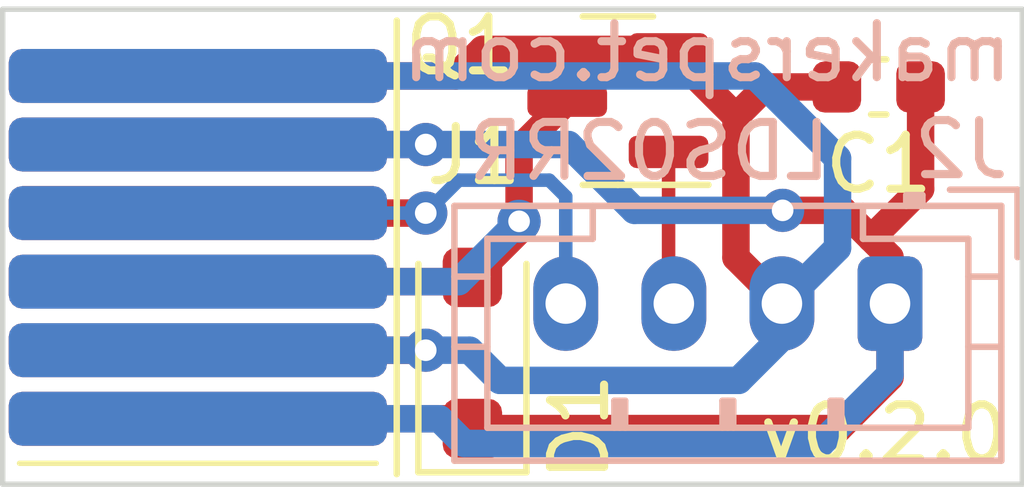
<source format=kicad_pcb>
(kicad_pcb (version 20221018) (generator pcbnew)
  (title_block (title "LDS02RR adapter") (date "2024-03-06") (rev "0.2.1") (company "Maker's Pet") (comment 1 "makerspet.com"))
  (layers (0 "F.Cu" signal) (31 "B.Cu" signal) (34 "B.Paste" user) (35 "F.Paste" user) (36 "B.SilkS" user "B.Silkscreen") (37 "F.SilkS" user "F.Silkscreen") (38 "B.Mask" user) (39 "F.Mask" user) (44 "Edge.Cuts" user))
  (net 0 "")
  (net 1 "+5V")
  (net 2 "/MOT-")
  (net 3 "GND")
  (net 4 "/TX")
  (net 5 "/MOT_EN")
  (footprint "Makerspet:LDS02RR_FPC12" (layer "F.Cu") (at 143.6116 94.4118 90)
    (fp_text reference "J1" (at 1.7018 5.1054 180) (layer "F.SilkS"))
    (fp_text value "~" hide)
    (fp_line (start -4.2 3.68) (end 4.2 3.68) (stroke (width 0.12)) (layer "F.SilkS"))
    (fp_line (start -4 -3.3) (end -4 3.3) (stroke (width 0.1)) (layer "F.SilkS"))
    (pad "1" smd roundrect (at -3.175 0 90) (size 1 7) (layers "F.Cu" "F.Mask") (net 1 "+5V"))
    (pad "2" smd roundrect (at -3.175 0 90) (size 1 7) (layers "B.Cu" "B.Mask") (net 1 "+5V"))
    (pad "3" smd roundrect (at -1.905 0 90) (size 1 7) (layers "F.Cu" "F.Mask") (net 3 "GND"))
    (pad "4" smd roundrect (at -1.905 0 90) (size 1 7) (layers "B.Cu" "B.Mask") (net 3 "GND"))
    (pad "5" smd roundrect (at -0.635 0 90) (size 1 7) (layers "F.Cu" "F.Mask") (net 2 "/MOT-"))
    (pad "6" smd roundrect (at -0.635 0 90) (size 1 7) (layers "B.Cu" "B.Mask") (net 2 "/MOT-"))
    (pad "7" smd roundrect (at 0.635 0 90) (size 1 7) (layers "F.Cu" "F.Mask") (net 4 "/TX"))
    (pad "8" smd roundrect (at 0.635 0 90) (size 1 7) (layers "B.Cu" "B.Mask") (net 4 "/TX"))
    (pad "9" smd roundrect (at 1.905 0 90) (size 1 7) (layers "F.Cu" "F.Mask") (net 1 "+5V"))
    (pad "10" smd roundrect (at 1.905 0 90) (size 1 7) (layers "B.Cu" "B.Mask") (net 1 "+5V"))
    (pad "11" smd roundrect (at 3.175 0 90) (size 1 7) (layers "F.Cu" "F.Mask") (net 3 "GND"))
    (pad "12" smd roundrect (at 3.175 0 90) (size 1 7) (layers "B.Cu" "B.Mask") (net 3 "GND"))
  )
  (footprint "Capacitor_SMD:C_0603_1608Metric" (layer "F.Cu") (at 156.21 91.44 180)
    (fp_text reference "C1" (at 0 -1.43 180) (layer "F.SilkS"))
    (fp_text value "22uF" hide)
    (fp_line (start -0.14058 -0.51) (end 0.14058 -0.51) (stroke (width 0.12)) (layer "F.SilkS"))
    (fp_line (start -0.14058 0.51) (end 0.14058 0.51) (stroke (width 0.12)) (layer "F.SilkS"))
    (pad "1" smd roundrect (at -0.775 0 180) (size 0.9 0.95) (layers "F.Cu" "F.Paste" "F.Mask") (net 1 "+5V"))
    (pad "2" smd roundrect (at 0.775 0 180) (size 0.9 0.95) (layers "F.Cu" "F.Paste" "F.Mask") (net 3 "GND"))
  )
  (footprint "Diode_SMD:D_SOD-123F" (layer "F.Cu") (at 148.6916 96.3676 90)
    (fp_text reference "D1" (at -1.3716 1.9812 90) (layer "F.SilkS"))
    (fp_text value "FS26" hide)
    (fp_line (start -2.21 -1) (end -2.21 1) (stroke (width 0.12)) (layer "F.SilkS"))
    (fp_line (start -2.21 -1) (end 1.65 -1) (stroke (width 0.12)) (layer "F.SilkS"))
    (fp_line (start -2.21 1) (end 1.65 1) (stroke (width 0.12)) (layer "F.SilkS"))
    (pad "1" smd roundrect (at -1.4 0 90) (size 1.1 1.1) (layers "F.Cu" "F.Paste" "F.Mask") (roundrect_rratio 0.2272727273) (net 1 "+5V"))
    (pad "2" smd roundrect (at 1.4 0 90) (size 1.1 1.1) (layers "F.Cu" "F.Paste" "F.Mask") (roundrect_rratio 0.2272727273) (net 2 "/MOT-"))
  )
  (footprint "Package_TO_SOT_SMD:SOT-23" (layer "F.Cu") (at 151.384 91.694 180)
    (fp_text reference "Q1" (at 2.921 1.016) (layer "F.SilkS"))
    (fp_text value "AS2302" hide)
    (fp_line (start 0 -1.56) (end -1.675 -1.56) (stroke (width 0.12)) (layer "F.SilkS"))
    (fp_line (start 0 -1.56) (end 0.65 -1.56) (stroke (width 0.12)) (layer "F.SilkS"))
    (fp_line (start 0 1.56) (end -0.65 1.56) (stroke (width 0.12)) (layer "F.SilkS"))
    (fp_line (start 0 1.56) (end 0.65 1.56) (stroke (width 0.12)) (layer "F.SilkS"))
    (pad "1" smd roundrect (at -0.9375 -0.95 180) (size 1.475 0.6) (layers "F.Cu" "F.Paste" "F.Mask") (net 5 "/MOT_EN"))
    (pad "2" smd roundrect (at -0.9375 0.95 180) (size 1.475 0.6) (layers "F.Cu" "F.Paste" "F.Mask") (net 3 "GND"))
    (pad "3" smd roundrect (at 0.9375 0 180) (size 1.475 0.6) (layers "F.Cu" "F.Paste" "F.Mask") (net 2 "/MOT-"))
  )
  (footprint "Connector_JST:JST_PH_B4B-PH-K_1x04_P2.00mm_Vertical" (layer "B.Cu") (at 156.4188 95.4532 180)
    (fp_text reference "J2" (at -1.3152 2.8536 -360) (layer "B.SilkS") (effects (justify mirror)))
    (fp_text value "JST PH F 4P VERT" hide)
    (fp_line (start -2.36 2.11) (end -2.36 0.86) (stroke (width 0.12)) (layer "B.SilkS"))
    (fp_line (start -2.06 -2.91) (end 8.06 -2.91) (stroke (width 0.12)) (layer "B.SilkS"))
    (fp_line (start -2.06 -0.8) (end -1.45 -0.8) (stroke (width 0.12)) (layer "B.SilkS"))
    (fp_line (start -2.06 0.5) (end -1.45 0.5) (stroke (width 0.12)) (layer "B.SilkS"))
    (fp_line (start -2.06 1.81) (end -2.06 -2.91) (stroke (width 0.12)) (layer "B.SilkS"))
    (fp_line (start -1.45 -2.3) (end 7.45 -2.3) (stroke (width 0.12)) (layer "B.SilkS"))
    (fp_line (start -1.45 1.2) (end -1.45 -2.3) (stroke (width 0.12)) (layer "B.SilkS"))
    (fp_line (start -1.11 2.11) (end -2.36 2.11) (stroke (width 0.12)) (layer "B.SilkS"))
    (fp_line (start -0.6 2.01) (end -0.6 1.81) (stroke (width 0.12)) (layer "B.SilkS"))
    (fp_line (start -0.3 1.81) (end -0.3 2.01) (stroke (width 0.12)) (layer "B.SilkS"))
    (fp_line (start -0.3 1.91) (end -0.6 1.91) (stroke (width 0.12)) (layer "B.SilkS"))
    (fp_line (start -0.3 2.01) (end -0.6 2.01) (stroke (width 0.12)) (layer "B.SilkS"))
    (fp_line (start 0.5 1.2) (end -1.45 1.2) (stroke (width 0.12)) (layer "B.SilkS"))
    (fp_line (start 0.5 1.81) (end 0.5 1.2) (stroke (width 0.12)) (layer "B.SilkS"))
    (fp_line (start 0.9 -2.3) (end 0.9 -1.8) (stroke (width 0.12)) (layer "B.SilkS"))
    (fp_line (start 0.9 -1.8) (end 1.1 -1.8) (stroke (width 0.12)) (layer "B.SilkS"))
    (fp_line (start 1 -2.3) (end 1 -1.8) (stroke (width 0.12)) (layer "B.SilkS"))
    (fp_line (start 1.1 -1.8) (end 1.1 -2.3) (stroke (width 0.12)) (layer "B.SilkS"))
    (fp_line (start 2.9 -2.3) (end 2.9 -1.8) (stroke (width 0.12)) (layer "B.SilkS"))
    (fp_line (start 2.9 -1.8) (end 3.1 -1.8) (stroke (width 0.12)) (layer "B.SilkS"))
    (fp_line (start 3 -2.3) (end 3 -1.8) (stroke (width 0.12)) (layer "B.SilkS"))
    (fp_line (start 3.1 -1.8) (end 3.1 -2.3) (stroke (width 0.12)) (layer "B.SilkS"))
    (fp_line (start 4.9 -2.3) (end 4.9 -1.8) (stroke (width 0.12)) (layer "B.SilkS"))
    (fp_line (start 4.9 -1.8) (end 5.1 -1.8) (stroke (width 0.12)) (layer "B.SilkS"))
    (fp_line (start 5 -2.3) (end 5 -1.8) (stroke (width 0.12)) (layer "B.SilkS"))
    (fp_line (start 5.1 -1.8) (end 5.1 -2.3) (stroke (width 0.12)) (layer "B.SilkS"))
    (fp_line (start 5.5 1.2) (end 5.5 1.81) (stroke (width 0.12)) (layer "B.SilkS"))
    (fp_line (start 7.45 -2.3) (end 7.45 1.2) (stroke (width 0.12)) (layer "B.SilkS"))
    (fp_line (start 7.45 1.2) (end 5.5 1.2) (stroke (width 0.12)) (layer "B.SilkS"))
    (fp_line (start 8.06 -2.91) (end 8.06 1.81) (stroke (width 0.12)) (layer "B.SilkS"))
    (fp_line (start 8.06 -0.8) (end 7.45 -0.8) (stroke (width 0.12)) (layer "B.SilkS"))
    (fp_line (start 8.06 0.5) (end 7.45 0.5) (stroke (width 0.12)) (layer "B.SilkS"))
    (fp_line (start 8.06 1.81) (end -2.06 1.81) (stroke (width 0.12)) (layer "B.SilkS"))
    (pad "1" thru_hole roundrect (at 0 0 180) (size 1.2 1.75) (drill 0.75) (layers "*.Cu" "*.Mask") (roundrect_rratio 0.2083333333) (net 1 "+5V"))
    (pad "2" thru_hole oval (at 2 0 180) (size 1.2 1.75) (drill 0.75) (layers "*.Cu" "*.Mask") (net 3 "GND"))
    (pad "3" thru_hole oval (at 4 0 180) (size 1.2 1.75) (drill 0.75) (layers "*.Cu" "*.Mask") (net 5 "/MOT_EN"))
    (pad "4" thru_hole oval (at 6 0 180) (size 1.2 1.75) (drill 0.75) (layers "*.Cu" "*.Mask") (net 4 "/TX"))
  )
  (gr_rect (start 140 90) (end 158.8672 98.8) (stroke (width 0.1)) (fill none) (layer "Edge.Cuts"))
  (gr_text "makerspet.com" (at 158.75 91.3892) (layer "B.SilkS") (effects (font (size 1 1)) (justify left bottom mirror)))
  (gr_text "LDS02RR" (at 155.3972 93.218) (layer "B.SilkS") (effects (font (size 1 1)) (justify left bottom mirror)))
  (gr_text "v0.2.0" (at 153.924 98.4504) (layer "F.SilkS") (effects (font (size 1 1)) (justify left bottom)))
  (segment (start 156.985 93.332) (end 156.0703 94.2467) (width 0.508) (layer "F.Cu") (net 1))
  (segment (start 155.4704 97.7676) (end 156.4188 96.8192) (width 0.508) (layer "F.Cu") (net 1))
  (segment (start 143.6116 97.5868) (end 148.5108 97.5868) (width 0.508) (layer "F.Cu") (net 1))
  (segment (start 155.5496 93.726) (end 154.432 93.726) (width 0.508) (layer "F.Cu") (net 1))
  (segment (start 156.985 91.44) (end 156.985 93.332) (width 0.508) (layer "F.Cu") (net 1))
  (segment (start 156.0703 94.2467) (end 156.4188 94.5952) (width 0.508) (layer "F.Cu") (net 1))
  (segment (start 156.4188 94.5952) (end 156.4188 95.4532) (width 0.508) (layer "F.Cu") (net 1))
  (segment (start 148.7424 97.7676) (end 155.4704 97.7676) (width 0.508) (layer "F.Cu") (net 1))
  (segment (start 148.5108 97.5868) (end 148.6916 97.7676) (width 0.508) (layer "F.Cu") (net 1))
  (segment (start 155.5496 93.726) (end 156.0703 94.2467) (width 0.508) (layer "F.Cu") (net 1))
  (segment (start 156.4188 96.8192) (end 156.4188 95.4532) (width 0.508) (layer "F.Cu") (net 1))
  (segment (start 143.6116 92.5068) (end 147.828 92.5068) (width 0.508) (layer "F.Cu") (net 1))
  (via (at 154.432 93.726) (size 0.8) (drill 0.4) (layers "F.Cu" "B.Cu") (net 1))
  (via (at 147.828 92.5068) (size 0.8) (drill 0.4) (layers "F.Cu" "B.Cu") (net 1))
  (segment (start 150.4696 92.5068) (end 151.6888 93.726) (width 0.508) (layer "B.Cu") (net 1))
  (segment (start 143.6116 92.5068) (end 147.828 92.5068) (width 0.508) (layer "B.Cu") (net 1))
  (segment (start 147.828 92.5068) (end 150.4696 92.5068) (width 0.508) (layer "B.Cu") (net 1))
  (segment (start 155.1432 98.044) (end 156.4188 96.7684) (width 0.508) (layer "B.Cu") (net 1))
  (segment (start 148.082 97.5868) (end 148.5392 98.044) (width 0.508) (layer "B.Cu") (net 1))
  (segment (start 143.6116 97.5868) (end 148.082 97.5868) (width 0.508) (layer "B.Cu") (net 1))
  (segment (start 148.5392 98.044) (end 155.1432 98.044) (width 0.508) (layer "B.Cu") (net 1))
  (segment (start 156.4188 96.7684) (end 156.4188 95.4532) (width 0.508) (layer "B.Cu") (net 1))
  (segment (start 151.6888 93.726) (end 154.432 93.726) (width 0.508) (layer "B.Cu") (net 1))
  (segment (start 149.5552 93.9292) (end 149.5552 94.104) (width 0.25) (layer "F.Cu") (net 2))
  (segment (start 149.5552 92.5853) (end 149.5552 93.9292) (width 0.508) (layer "F.Cu") (net 2))
  (segment (start 148.6124 95.0468) (end 148.6916 94.9676) (width 0.25) (layer "F.Cu") (net 2))
  (segment (start 149.5552 94.104) (end 148.6916 94.9676) (width 0.508) (layer "F.Cu") (net 2))
  (segment (start 150.4465 91.694) (end 149.5552 92.5853) (width 0.508) (layer "F.Cu") (net 2))
  (segment (start 143.6116 95.0468) (end 148.6124 95.0468) (width 0.508) (layer "F.Cu") (net 2))
  (via (at 149.5552 93.9292) (size 0.8) (drill 0.4) (layers "F.Cu" "B.Cu") (net 2))
  (segment (start 143.6116 95.0468) (end 148.4376 95.0468) (width 0.508) (layer "B.Cu") (net 2))
  (segment (start 148.4376 95.0468) (end 149.5552 93.9292) (width 0.508) (layer "B.Cu") (net 2))
  (segment (start 153.5684 91.9909) (end 153.5684 94.6028) (width 0.508) (layer "F.Cu") (net 3))
  (segment (start 153.5684 94.6028) (end 154.4188 95.4532) (width 0.508) (layer "F.Cu") (net 3))
  (segment (start 154.1193 91.44) (end 155.435 91.44) (width 0.508) (layer "F.Cu") (net 3))
  (segment (start 152.3215 90.744) (end 153.5684 91.9909) (width 0.508) (layer "F.Cu") (net 3))
  (segment (start 143.6116 91.2368) (end 148.3868 91.2368) (width 0.508) (layer "F.Cu") (net 3))
  (segment (start 154.1193 91.44) (end 153.5684 91.9909) (width 0.508) (layer "F.Cu") (net 3))
  (segment (start 148.8796 90.744) (end 152.3215 90.744) (width 0.508) (layer "F.Cu") (net 3))
  (segment (start 143.6116 96.3168) (end 147.828 96.3168) (width 0.508) (layer "F.Cu") (net 3))
  (segment (start 148.3868 91.2368) (end 148.8796 90.744) (width 0.508) (layer "F.Cu") (net 3))
  (via (at 147.828 96.3168) (size 0.8) (drill 0.4) (layers "F.Cu" "B.Cu") (net 3))
  (segment (start 148.6408 96.3168) (end 149.1996 96.8756) (width 0.508) (layer "B.Cu") (net 3))
  (segment (start 143.6116 96.3168) (end 147.828 96.3168) (width 0.508) (layer "B.Cu") (net 3))
  (segment (start 155.448 92.7608) (end 155.448 94.424) (width 0.508) (layer "B.Cu") (net 3))
  (segment (start 155.448 94.424) (end 154.4188 95.4532) (width 0.508) (layer "B.Cu") (net 3))
  (segment (start 154.4188 96.076) (end 154.4188 95.4532) (width 0.508) (layer "B.Cu") (net 3))
  (segment (start 153.6192 96.8756) (end 154.4188 96.076) (width 0.508) (layer "B.Cu") (net 3))
  (segment (start 149.1996 96.8756) (end 153.6192 96.8756) (width 0.508) (layer "B.Cu") (net 3))
  (segment (start 147.828 96.3168) (end 148.6408 96.3168) (width 0.508) (layer "B.Cu") (net 3))
  (segment (start 143.6116 91.2368) (end 153.924 91.2368) (width 0.508) (layer "B.Cu") (net 3))
  (segment (start 153.924 91.2368) (end 155.448 92.7608) (width 0.508) (layer "B.Cu") (net 3))
  (segment (start 143.6116 93.7768) (end 147.828 93.7768) (width 0.508) (layer "F.Cu") (net 4))
  (via (at 147.828 93.7768) (size 0.8) (drill 0.4) (layers "F.Cu" "B.Cu") (net 4))
  (segment (start 148.4376 93.1672) (end 150.114 93.1672) (width 0.25) (layer "B.Cu") (net 4))
  (segment (start 150.114 93.1672) (end 150.4188 93.472) (width 0.25) (layer "B.Cu") (net 4))
  (segment (start 150.4188 93.472) (end 150.4188 95.4532) (width 0.25) (layer "B.Cu") (net 4))
  (segment (start 143.6116 93.7768) (end 147.828 93.7768) (width 0.25) (layer "B.Cu") (net 4))
  (segment (start 147.828 93.7768) (end 148.4376 93.1672) (width 0.25) (layer "B.Cu") (net 4))
  (segment (start 152.3215 95.4183) (end 152.3652 95.462) (width 0.25) (layer "F.Cu") (net 5))
  (segment (start 152.3215 92.644) (end 152.3215 95.4183) (width 0.25) (layer "F.Cu") (net 5))
  (segment (start 152.3215 95.3167) (end 152.4668 95.462) (width 0.25) (layer "F.Cu") (net 5))
)
</source>
